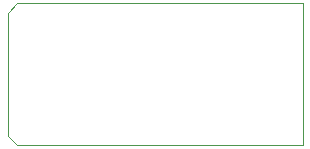
<source format=gbr>
%TF.GenerationSoftware,KiCad,Pcbnew,9.0.2*%
%TF.CreationDate,2025-05-11T09:50:03+02:00*%
%TF.ProjectId,USB_Tester,5553425f-5465-4737-9465-722e6b696361,rev?*%
%TF.SameCoordinates,PX6516e80PY5a995c0*%
%TF.FileFunction,Profile,NP*%
%FSLAX46Y46*%
G04 Gerber Fmt 4.6, Leading zero omitted, Abs format (unit mm)*
G04 Created by KiCad (PCBNEW 9.0.2) date 2025-05-11 09:50:03*
%MOMM*%
%LPD*%
G01*
G04 APERTURE LIST*
%TA.AperFunction,Profile*%
%ADD10C,0.050000*%
%TD*%
G04 APERTURE END LIST*
D10*
X25000000Y0D02*
X14000000Y0D01*
X25000000Y0D02*
X25000000Y12000000D01*
X25000000Y12000000D02*
X14000000Y12000000D01*
%TO.C,J1*%
X0Y11200000D02*
X0Y800000D01*
X0Y11200000D02*
X800000Y12000000D01*
X0Y800000D02*
X800000Y0D01*
X14000000Y12000000D02*
X800000Y12000000D01*
X14000000Y0D02*
X800000Y0D01*
%TD*%
M02*

</source>
